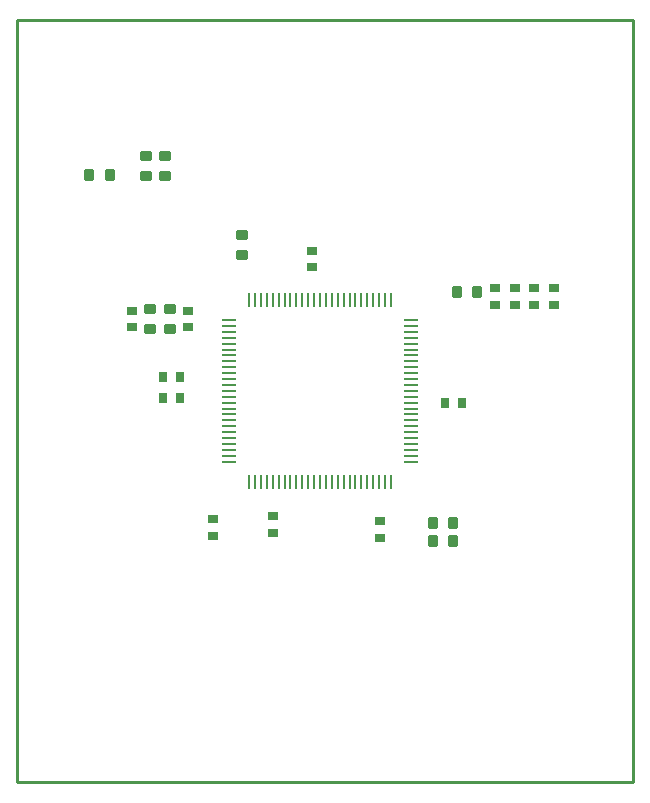
<source format=gtp>
G04*
G04 #@! TF.GenerationSoftware,Altium Limited,Altium Designer,18.1.6 (161)*
G04*
G04 Layer_Color=8421504*
%FSLAX25Y25*%
%MOIN*%
G70*
G01*
G75*
%ADD15C,0.01000*%
%ADD18R,0.03740X0.02953*%
%ADD19R,0.02953X0.03740*%
G04:AMPARAMS|DCode=20|XSize=39.37mil|YSize=35.43mil|CornerRadius=4.43mil|HoleSize=0mil|Usage=FLASHONLY|Rotation=0.000|XOffset=0mil|YOffset=0mil|HoleType=Round|Shape=RoundedRectangle|*
%AMROUNDEDRECTD20*
21,1,0.03937,0.02657,0,0,0.0*
21,1,0.03051,0.03543,0,0,0.0*
1,1,0.00886,0.01526,-0.01329*
1,1,0.00886,-0.01526,-0.01329*
1,1,0.00886,-0.01526,0.01329*
1,1,0.00886,0.01526,0.01329*
%
%ADD20ROUNDEDRECTD20*%
%ADD21O,0.05110X0.00780*%
%ADD22O,0.00780X0.05110*%
G04:AMPARAMS|DCode=23|XSize=39.37mil|YSize=35.43mil|CornerRadius=4.43mil|HoleSize=0mil|Usage=FLASHONLY|Rotation=90.000|XOffset=0mil|YOffset=0mil|HoleType=Round|Shape=RoundedRectangle|*
%AMROUNDEDRECTD23*
21,1,0.03937,0.02657,0,0,90.0*
21,1,0.03051,0.03543,0,0,90.0*
1,1,0.00886,0.01329,0.01526*
1,1,0.00886,0.01329,-0.01526*
1,1,0.00886,-0.01329,-0.01526*
1,1,0.00886,-0.01329,0.01526*
%
%ADD23ROUNDEDRECTD23*%
D15*
X0Y0D02*
X205500D01*
Y254000D01*
X0D02*
X205500D01*
X0Y0D02*
Y254000D01*
D18*
X98500Y177256D02*
D03*
Y171744D02*
D03*
X65500Y87756D02*
D03*
Y82244D02*
D03*
X38500Y151744D02*
D03*
Y157256D02*
D03*
X57000Y151744D02*
D03*
Y157256D02*
D03*
X85500Y88756D02*
D03*
Y83244D02*
D03*
X121000Y87000D02*
D03*
Y81488D02*
D03*
X159500Y164756D02*
D03*
Y159244D02*
D03*
X166000Y164756D02*
D03*
Y159244D02*
D03*
X172500Y164756D02*
D03*
Y159244D02*
D03*
X179000Y164756D02*
D03*
Y159244D02*
D03*
D19*
X54256Y135000D02*
D03*
X48744D02*
D03*
X54256Y128000D02*
D03*
X48744D02*
D03*
X142744Y126500D02*
D03*
X148256D02*
D03*
D20*
X44500Y151154D02*
D03*
Y157846D02*
D03*
X51000Y157846D02*
D03*
Y151154D02*
D03*
X75000Y182346D02*
D03*
Y175654D02*
D03*
X43000Y208846D02*
D03*
Y202153D02*
D03*
X49500Y202153D02*
D03*
Y208846D02*
D03*
D21*
X70685Y154122D02*
D03*
Y152154D02*
D03*
Y150185D02*
D03*
Y148216D02*
D03*
Y146248D02*
D03*
Y144280D02*
D03*
Y142311D02*
D03*
Y140342D02*
D03*
Y138374D02*
D03*
Y136406D02*
D03*
Y134437D02*
D03*
Y132468D02*
D03*
Y130500D02*
D03*
Y128532D02*
D03*
Y126563D02*
D03*
Y124594D02*
D03*
Y122626D02*
D03*
Y120658D02*
D03*
Y118689D02*
D03*
Y116720D02*
D03*
Y114752D02*
D03*
Y112784D02*
D03*
Y110815D02*
D03*
Y108846D02*
D03*
Y106878D02*
D03*
X131315D02*
D03*
Y108846D02*
D03*
Y110815D02*
D03*
Y112784D02*
D03*
Y114752D02*
D03*
Y116720D02*
D03*
Y118689D02*
D03*
Y120658D02*
D03*
Y122626D02*
D03*
Y124594D02*
D03*
Y126563D02*
D03*
Y128532D02*
D03*
Y130500D02*
D03*
Y132468D02*
D03*
Y134437D02*
D03*
Y136406D02*
D03*
Y138374D02*
D03*
Y140342D02*
D03*
Y142311D02*
D03*
Y144280D02*
D03*
Y146248D02*
D03*
Y148216D02*
D03*
Y150185D02*
D03*
Y152154D02*
D03*
Y154122D02*
D03*
D22*
X77378Y100185D02*
D03*
X79347D02*
D03*
X81315D02*
D03*
X83284D02*
D03*
X85252D02*
D03*
X87221D02*
D03*
X89189D02*
D03*
X91158D02*
D03*
X93126D02*
D03*
X95095D02*
D03*
X97063D02*
D03*
X99032D02*
D03*
X101000D02*
D03*
X102969D02*
D03*
X104937D02*
D03*
X106905D02*
D03*
X108874D02*
D03*
X110843D02*
D03*
X112811D02*
D03*
X114779D02*
D03*
X116748D02*
D03*
X118717D02*
D03*
X120685D02*
D03*
X122653D02*
D03*
X124622D02*
D03*
Y160815D02*
D03*
X122653D02*
D03*
X120685D02*
D03*
X118717D02*
D03*
X116748D02*
D03*
X114779D02*
D03*
X112811D02*
D03*
X110843D02*
D03*
X108874D02*
D03*
X106905D02*
D03*
X104937D02*
D03*
X102969D02*
D03*
X101000D02*
D03*
X99032D02*
D03*
X97063D02*
D03*
X95095D02*
D03*
X93126D02*
D03*
X91158D02*
D03*
X89189D02*
D03*
X87221D02*
D03*
X85252D02*
D03*
X83284D02*
D03*
X81315D02*
D03*
X79347D02*
D03*
X77378D02*
D03*
D23*
X145346Y80500D02*
D03*
X138654D02*
D03*
X145346Y86500D02*
D03*
X138654D02*
D03*
X146653Y163500D02*
D03*
X153347D02*
D03*
X24153Y202500D02*
D03*
X30846D02*
D03*
M02*

</source>
